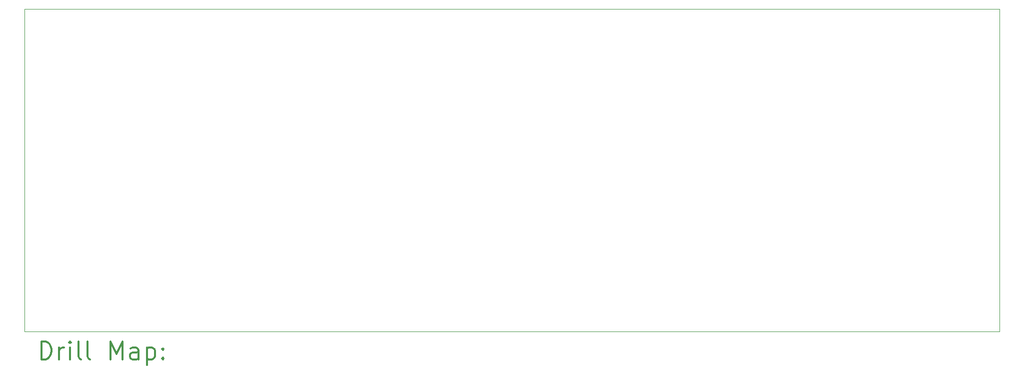
<source format=gbr>
%FSLAX45Y45*%
G04 Gerber Fmt 4.5, Leading zero omitted, Abs format (unit mm)*
G04 Created by KiCad (PCBNEW (5.1.9-0-10_14)) date 2021-04-28 18:13:41*
%MOMM*%
%LPD*%
G01*
G04 APERTURE LIST*
%TA.AperFunction,Profile*%
%ADD10C,0.050000*%
%TD*%
%ADD11C,0.200000*%
%ADD12C,0.300000*%
G04 APERTURE END LIST*
D10*
X15367000Y7302500D02*
X15367000Y12763500D01*
X31877000Y7302500D02*
X15367000Y7302500D01*
X31877000Y12763500D02*
X31877000Y7302500D01*
X15367000Y12763500D02*
X31877000Y12763500D01*
D11*
D12*
X15650928Y6834286D02*
X15650928Y7134286D01*
X15722357Y7134286D01*
X15765214Y7120000D01*
X15793786Y7091428D01*
X15808071Y7062857D01*
X15822357Y7005714D01*
X15822357Y6962857D01*
X15808071Y6905714D01*
X15793786Y6877143D01*
X15765214Y6848571D01*
X15722357Y6834286D01*
X15650928Y6834286D01*
X15950928Y6834286D02*
X15950928Y7034286D01*
X15950928Y6977143D02*
X15965214Y7005714D01*
X15979500Y7020000D01*
X16008071Y7034286D01*
X16036643Y7034286D01*
X16136643Y6834286D02*
X16136643Y7034286D01*
X16136643Y7134286D02*
X16122357Y7120000D01*
X16136643Y7105714D01*
X16150928Y7120000D01*
X16136643Y7134286D01*
X16136643Y7105714D01*
X16322357Y6834286D02*
X16293786Y6848571D01*
X16279500Y6877143D01*
X16279500Y7134286D01*
X16479500Y6834286D02*
X16450928Y6848571D01*
X16436643Y6877143D01*
X16436643Y7134286D01*
X16822357Y6834286D02*
X16822357Y7134286D01*
X16922357Y6920000D01*
X17022357Y7134286D01*
X17022357Y6834286D01*
X17293786Y6834286D02*
X17293786Y6991428D01*
X17279500Y7020000D01*
X17250928Y7034286D01*
X17193786Y7034286D01*
X17165214Y7020000D01*
X17293786Y6848571D02*
X17265214Y6834286D01*
X17193786Y6834286D01*
X17165214Y6848571D01*
X17150928Y6877143D01*
X17150928Y6905714D01*
X17165214Y6934286D01*
X17193786Y6948571D01*
X17265214Y6948571D01*
X17293786Y6962857D01*
X17436643Y7034286D02*
X17436643Y6734286D01*
X17436643Y7020000D02*
X17465214Y7034286D01*
X17522357Y7034286D01*
X17550928Y7020000D01*
X17565214Y7005714D01*
X17579500Y6977143D01*
X17579500Y6891428D01*
X17565214Y6862857D01*
X17550928Y6848571D01*
X17522357Y6834286D01*
X17465214Y6834286D01*
X17436643Y6848571D01*
X17708071Y6862857D02*
X17722357Y6848571D01*
X17708071Y6834286D01*
X17693786Y6848571D01*
X17708071Y6862857D01*
X17708071Y6834286D01*
X17708071Y7020000D02*
X17722357Y7005714D01*
X17708071Y6991428D01*
X17693786Y7005714D01*
X17708071Y7020000D01*
X17708071Y6991428D01*
M02*

</source>
